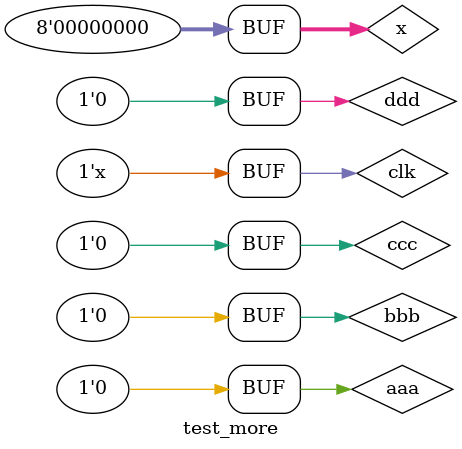
<source format=v>
`timescale 1ns / 1ps


module test_more;

	// Inputs
	reg clk;
	reg aaa;
	reg bbb;
	reg ccc;
	reg ddd;
	reg [7:0] x;

	// Outputs
	wire [6:0] seg;
	wire [3:0] an;
	wire dp;
	wire din;
	wire sync;
	wire sclk;

	// Instantiate the Unit Under Test (UUT)
	proj5 uut (
		.clk(clk), 
		.aaa(aaa), 
		.bbb(bbb), 
		.ccc(ccc), 
		.ddd(ddd), 
		.x(x), 
		.seg(seg), 
		.an(an), 
		.dp(dp), 
		.din(din), 
		.sync(sync), 
		.sclk(sclk)
	);

	initial begin
		// Initialize Inputs
		clk = 0;
		aaa = 0;
		bbb = 0;
		ccc = 0;
		ddd = 0;
		x = 0;

		// Wait 100 ns for global reset to finish
		#100;
        
		// Add stimulus here
		// // 900.0Hz
		// aaa = 1;bbb = 0;ccc = 0;ddd = 0;#20000000; // 90ms
		// aaa = 0;bbb = 0;ccc = 0;ddd = 0;#100; // 90ms
		// aaa = 1;bbb = 0;ccc = 0;ddd = 0;#20000000; // 90ms
		// aaa = 0;bbb = 0;ccc = 0;ddd = 0;#100; // 90ms
		// aaa = 1;bbb = 0;ccc = 0;ddd = 0;#20000000; // 90ms
		// aaa = 0;bbb = 0;ccc = 1;ddd = 0;#20000000; // 20ms
		// aaa = 0;bbb = 0;ccc = 0;ddd = 0;#20000000; // 20ms
		// 001.0Hz
		aaa = 1;bbb = 0;ccc = 0;ddd = 0;#20000000; // 90ms
		aaa = 0;bbb = 1;ccc = 0;ddd = 0;#20000000; // 90ms
		// aaa = 1;bbb = 0;ccc = 0;ddd = 0;#20000000; // 90ms
		// aaa = 0;bbb = 0;ccc = 0;ddd = 0;#100; // 90ms
		// aaa = 1;bbb = 0;ccc = 0;ddd = 0;#20000000; // 90ms
		// aaa = 0;bbb = 0;ccc = 0;ddd = 0;#20000000; // 20ms
		aaa = 0;bbb = 0;ccc = 0;ddd = 0;#20000000; // 20ms



		// // aaa = 1;bbb = 0;ccc = 0;ddd = 0;#20000000; // 20ms
		// // aaa = 0;bbb = 1;ccc = 0;ddd = 0;#20000000; // 20ms
		// // aaa = 0;bbb = 0;ccc = 0;ddd = 0;#100000000; // 90ms
		// // aaa = 1;bbb = 0;ccc = 0;ddd = 0;#20000000; // 20ms
		// // aaa = 0;bbb = 1;ccc = 0;ddd = 0;#20000000; // 20ms
		// // aaa = 0;bbb = 0;ccc = 0;ddd = 0;#100000000; // 90ms
		// aaa = 0;bbb = 0;ccc = 1;ddd = 0;#20000000; // 20ms

		// aaa = 1;bbb = 0;ccc = 0;ddd = 0;#20000000; // 20ms
		// aaa = 0;bbb = 0;ccc = 0;ddd = 0;#20000000; // 20ms
		// aaa = 1;bbb = 0;ccc = 0;ddd = 0;#20000000; // 20ms
		// aaa = 0;bbb = 0;ccc = 0;ddd = 0;#20000000; // 20ms
		// aaa = 1;bbb = 0;ccc = 0;ddd = 0;#20000000; // 20ms
		// aaa = 0;bbb = 0;ccc = 1;ddd = 0;#20000000; // 20ms
		// aaa = 0;bbb = 0;ccc = 0;ddd = 0;#100000000; // 90ms
		// aaa = 1;bbb = 0;ccc = 0;ddd = 0;#20000000; // 20ms
		// aaa = 0;bbb = 0;ccc = 1;ddd = 0;#20000000; // 20ms
		// // aaa = 0;bbb = 0;ccc = 0;ddd = 0;#20000000; // 20ms
		// // aaa = 0;bbb = 0;ccc = 1;ddd = 0;#20000000; // 20ms
		// aaa = 1;bbb = 0;ccc = 0;ddd = 0;#20000000; // 20ms
		// aaa = 0;bbb = 0;ccc = 1;ddd = 0;#20000000; // 20ms
		// // aaa = 0;bbb = 0;ccc = 0;ddd = 0;#20000000; // 20ms
		// // aaa = 0;bbb = 0;ccc = 1;ddd = 0;#20000000; // 20ms

		// aaa = 1;bbb = 0;ccc = 0;ddd = 0;#20000000; // 20ms
		// aaa = 0;bbb = 0;ccc = 1;ddd = 0;#20000000; // 20ms

		// aaa = 0;bbb = 0;ccc = 0;ddd = 0;#20000000; // 20ms
		
	end
	
always#10 clk=~clk;
      
endmodule


</source>
